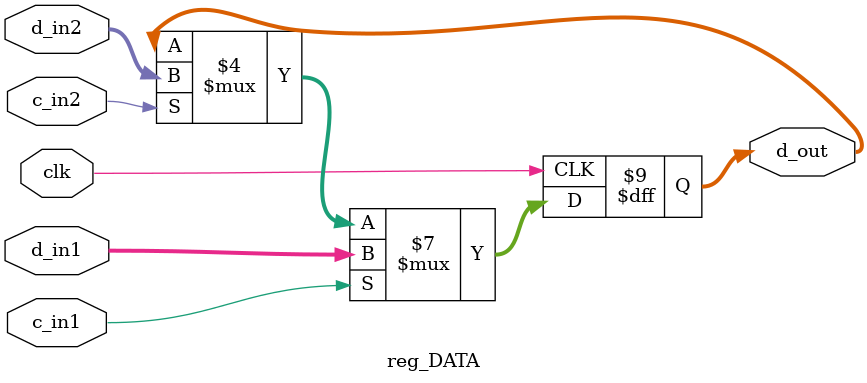
<source format=v>
module reg_DATA (clk, d_in1, d_in2, c_in1, c_in2, d_out);

input wire[7:0] d_in1, d_in2;
output reg[7:0] d_out=8'd0;

input c_in1, c_in2, clk;

always @ (posedge clk)
begin
  if      (c_in1) d_out <= d_in1;
  else if (c_in2) d_out <= d_in2;
  else            d_out <= d_out;
end

endmodule

</source>
